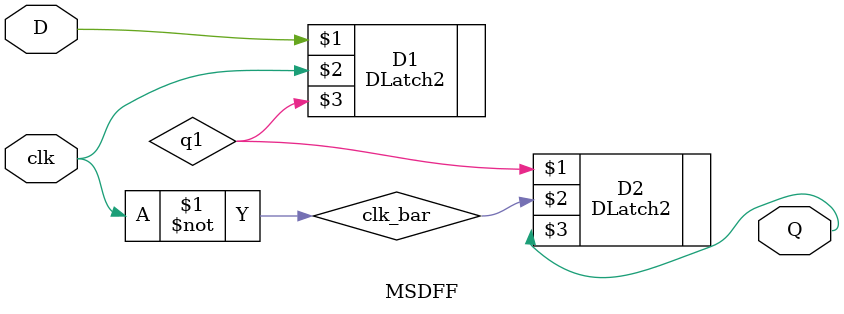
<source format=v>
module MSDFF(input D,clk,output Q);
	wire clk_bar,q1;
	not I1(clk_bar,clk);
	DLatch2 D1(D,clk,q1);
	DLatch2 D2(q1,clk_bar,Q);
endmodule


</source>
